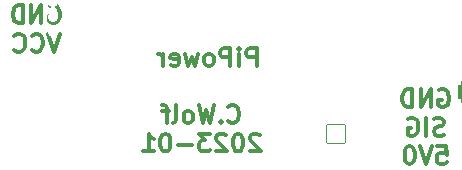
<source format=gbr>
%TF.GenerationSoftware,KiCad,Pcbnew,(6.0.1)*%
%TF.CreationDate,2023-01-01T20:52:33-08:00*%
%TF.ProjectId,RPi-Power R1,5250692d-506f-4776-9572-2052312e6b69,rev?*%
%TF.SameCoordinates,Original*%
%TF.FileFunction,Legend,Bot*%
%TF.FilePolarity,Positive*%
%FSLAX46Y46*%
G04 Gerber Fmt 4.6, Leading zero omitted, Abs format (unit mm)*
G04 Created by KiCad (PCBNEW (6.0.1)) date 2023-01-01 20:52:33*
%MOMM*%
%LPD*%
G01*
G04 APERTURE LIST*
G04 Aperture macros list*
%AMRoundRect*
0 Rectangle with rounded corners*
0 $1 Rounding radius*
0 $2 $3 $4 $5 $6 $7 $8 $9 X,Y pos of 4 corners*
0 Add a 4 corners polygon primitive as box body*
4,1,4,$2,$3,$4,$5,$6,$7,$8,$9,$2,$3,0*
0 Add four circle primitives for the rounded corners*
1,1,$1+$1,$2,$3*
1,1,$1+$1,$4,$5*
1,1,$1+$1,$6,$7*
1,1,$1+$1,$8,$9*
0 Add four rect primitives between the rounded corners*
20,1,$1+$1,$2,$3,$4,$5,0*
20,1,$1+$1,$4,$5,$6,$7,0*
20,1,$1+$1,$6,$7,$8,$9,0*
20,1,$1+$1,$8,$9,$2,$3,0*%
G04 Aperture macros list end*
%ADD10C,0.300000*%
%ADD11RoundRect,0.050000X-0.800000X-0.800000X0.800000X-0.800000X0.800000X0.800000X-0.800000X0.800000X0*%
%ADD12C,1.700000*%
%ADD13RoundRect,0.300000X-0.725000X0.600000X-0.725000X-0.600000X0.725000X-0.600000X0.725000X0.600000X0*%
%ADD14O,2.050000X1.800000*%
%ADD15C,1.300000*%
%ADD16RoundRect,0.050000X0.850000X-0.850000X0.850000X0.850000X-0.850000X0.850000X-0.850000X-0.850000X0*%
%ADD17O,1.800000X1.800000*%
%ADD18RoundRect,0.300000X-0.750000X0.600000X-0.750000X-0.600000X0.750000X-0.600000X0.750000X0.600000X0*%
%ADD19O,2.100000X1.800000*%
%ADD20C,2.700000*%
%ADD21RoundRect,0.050000X-0.800000X0.800000X-0.800000X-0.800000X0.800000X-0.800000X0.800000X0.800000X0*%
%ADD22C,0.900000*%
G04 APERTURE END LIST*
D10*
X31973257Y10817928D02*
X31973257Y12317928D01*
X31401828Y12317928D01*
X31258971Y12246500D01*
X31187542Y12175071D01*
X31116114Y12032214D01*
X31116114Y11817928D01*
X31187542Y11675071D01*
X31258971Y11603642D01*
X31401828Y11532214D01*
X31973257Y11532214D01*
X30473257Y10817928D02*
X30473257Y11817928D01*
X30473257Y12317928D02*
X30544685Y12246500D01*
X30473257Y12175071D01*
X30401828Y12246500D01*
X30473257Y12317928D01*
X30473257Y12175071D01*
X29758971Y10817928D02*
X29758971Y12317928D01*
X29187542Y12317928D01*
X29044685Y12246500D01*
X28973257Y12175071D01*
X28901828Y12032214D01*
X28901828Y11817928D01*
X28973257Y11675071D01*
X29044685Y11603642D01*
X29187542Y11532214D01*
X29758971Y11532214D01*
X28044685Y10817928D02*
X28187542Y10889357D01*
X28258971Y10960785D01*
X28330400Y11103642D01*
X28330400Y11532214D01*
X28258971Y11675071D01*
X28187542Y11746500D01*
X28044685Y11817928D01*
X27830400Y11817928D01*
X27687542Y11746500D01*
X27616114Y11675071D01*
X27544685Y11532214D01*
X27544685Y11103642D01*
X27616114Y10960785D01*
X27687542Y10889357D01*
X27830400Y10817928D01*
X28044685Y10817928D01*
X27044685Y11817928D02*
X26758971Y10817928D01*
X26473257Y11532214D01*
X26187542Y10817928D01*
X25901828Y11817928D01*
X24758971Y10889357D02*
X24901828Y10817928D01*
X25187542Y10817928D01*
X25330400Y10889357D01*
X25401828Y11032214D01*
X25401828Y11603642D01*
X25330400Y11746500D01*
X25187542Y11817928D01*
X24901828Y11817928D01*
X24758971Y11746500D01*
X24687542Y11603642D01*
X24687542Y11460785D01*
X25401828Y11317928D01*
X24044685Y10817928D02*
X24044685Y11817928D01*
X24044685Y11532214D02*
X23973257Y11675071D01*
X23901828Y11746500D01*
X23758971Y11817928D01*
X23616114Y11817928D01*
X29580400Y6130785D02*
X29651828Y6059357D01*
X29866114Y5987928D01*
X30008971Y5987928D01*
X30223257Y6059357D01*
X30366114Y6202214D01*
X30437542Y6345071D01*
X30508971Y6630785D01*
X30508971Y6845071D01*
X30437542Y7130785D01*
X30366114Y7273642D01*
X30223257Y7416500D01*
X30008971Y7487928D01*
X29866114Y7487928D01*
X29651828Y7416500D01*
X29580400Y7345071D01*
X28937542Y6130785D02*
X28866114Y6059357D01*
X28937542Y5987928D01*
X29008971Y6059357D01*
X28937542Y6130785D01*
X28937542Y5987928D01*
X28366114Y7487928D02*
X28008971Y5987928D01*
X27723257Y7059357D01*
X27437542Y5987928D01*
X27080400Y7487928D01*
X26294685Y5987928D02*
X26437542Y6059357D01*
X26508971Y6130785D01*
X26580400Y6273642D01*
X26580400Y6702214D01*
X26508971Y6845071D01*
X26437542Y6916500D01*
X26294685Y6987928D01*
X26080400Y6987928D01*
X25937542Y6916500D01*
X25866114Y6845071D01*
X25794685Y6702214D01*
X25794685Y6273642D01*
X25866114Y6130785D01*
X25937542Y6059357D01*
X26080400Y5987928D01*
X26294685Y5987928D01*
X24937542Y5987928D02*
X25080400Y6059357D01*
X25151828Y6202214D01*
X25151828Y7487928D01*
X24580400Y6987928D02*
X24008971Y6987928D01*
X24366114Y5987928D02*
X24366114Y7273642D01*
X24294685Y7416500D01*
X24151828Y7487928D01*
X24008971Y7487928D01*
X32258971Y4930071D02*
X32187542Y5001500D01*
X32044685Y5072928D01*
X31687542Y5072928D01*
X31544685Y5001500D01*
X31473257Y4930071D01*
X31401828Y4787214D01*
X31401828Y4644357D01*
X31473257Y4430071D01*
X32330400Y3572928D01*
X31401828Y3572928D01*
X30473257Y5072928D02*
X30330400Y5072928D01*
X30187542Y5001500D01*
X30116114Y4930071D01*
X30044685Y4787214D01*
X29973257Y4501500D01*
X29973257Y4144357D01*
X30044685Y3858642D01*
X30116114Y3715785D01*
X30187542Y3644357D01*
X30330400Y3572928D01*
X30473257Y3572928D01*
X30616114Y3644357D01*
X30687542Y3715785D01*
X30758971Y3858642D01*
X30830400Y4144357D01*
X30830400Y4501500D01*
X30758971Y4787214D01*
X30687542Y4930071D01*
X30616114Y5001500D01*
X30473257Y5072928D01*
X29401828Y4930071D02*
X29330400Y5001500D01*
X29187542Y5072928D01*
X28830400Y5072928D01*
X28687542Y5001500D01*
X28616114Y4930071D01*
X28544685Y4787214D01*
X28544685Y4644357D01*
X28616114Y4430071D01*
X29473257Y3572928D01*
X28544685Y3572928D01*
X28044685Y5072928D02*
X27116114Y5072928D01*
X27616114Y4501500D01*
X27401828Y4501500D01*
X27258971Y4430071D01*
X27187542Y4358642D01*
X27116114Y4215785D01*
X27116114Y3858642D01*
X27187542Y3715785D01*
X27258971Y3644357D01*
X27401828Y3572928D01*
X27830400Y3572928D01*
X27973257Y3644357D01*
X28044685Y3715785D01*
X26473257Y4144357D02*
X25330400Y4144357D01*
X24330400Y5072928D02*
X24187542Y5072928D01*
X24044685Y5001500D01*
X23973257Y4930071D01*
X23901828Y4787214D01*
X23830400Y4501500D01*
X23830400Y4144357D01*
X23901828Y3858642D01*
X23973257Y3715785D01*
X24044685Y3644357D01*
X24187542Y3572928D01*
X24330400Y3572928D01*
X24473257Y3644357D01*
X24544685Y3715785D01*
X24616114Y3858642D01*
X24687542Y4144357D01*
X24687542Y4501500D01*
X24616114Y4787214D01*
X24544685Y4930071D01*
X24473257Y5001500D01*
X24330400Y5072928D01*
X22401828Y3572928D02*
X23258971Y3572928D01*
X22830400Y3572928D02*
X22830400Y5072928D01*
X22973257Y4858642D01*
X23116114Y4715785D01*
X23258971Y4644357D01*
X47434357Y8753000D02*
X47577214Y8824428D01*
X47791500Y8824428D01*
X48005785Y8753000D01*
X48148642Y8610142D01*
X48220071Y8467285D01*
X48291500Y8181571D01*
X48291500Y7967285D01*
X48220071Y7681571D01*
X48148642Y7538714D01*
X48005785Y7395857D01*
X47791500Y7324428D01*
X47648642Y7324428D01*
X47434357Y7395857D01*
X47362928Y7467285D01*
X47362928Y7967285D01*
X47648642Y7967285D01*
X46720071Y7324428D02*
X46720071Y8824428D01*
X45862928Y7324428D01*
X45862928Y8824428D01*
X45148642Y7324428D02*
X45148642Y8824428D01*
X44791500Y8824428D01*
X44577214Y8753000D01*
X44434357Y8610142D01*
X44362928Y8467285D01*
X44291500Y8181571D01*
X44291500Y7967285D01*
X44362928Y7681571D01*
X44434357Y7538714D01*
X44577214Y7395857D01*
X44791500Y7324428D01*
X45148642Y7324428D01*
X47827214Y4980857D02*
X47612928Y4909428D01*
X47255785Y4909428D01*
X47112928Y4980857D01*
X47041500Y5052285D01*
X46970071Y5195142D01*
X46970071Y5338000D01*
X47041500Y5480857D01*
X47112928Y5552285D01*
X47255785Y5623714D01*
X47541500Y5695142D01*
X47684357Y5766571D01*
X47755785Y5838000D01*
X47827214Y5980857D01*
X47827214Y6123714D01*
X47755785Y6266571D01*
X47684357Y6338000D01*
X47541500Y6409428D01*
X47184357Y6409428D01*
X46970071Y6338000D01*
X46327214Y4909428D02*
X46327214Y6409428D01*
X44827214Y6338000D02*
X44970071Y6409428D01*
X45184357Y6409428D01*
X45398642Y6338000D01*
X45541500Y6195142D01*
X45612928Y6052285D01*
X45684357Y5766571D01*
X45684357Y5552285D01*
X45612928Y5266571D01*
X45541500Y5123714D01*
X45398642Y4980857D01*
X45184357Y4909428D01*
X45041500Y4909428D01*
X44827214Y4980857D01*
X44755785Y5052285D01*
X44755785Y5552285D01*
X45041500Y5552285D01*
X47291500Y3994428D02*
X48005785Y3994428D01*
X48077214Y3280142D01*
X48005785Y3351571D01*
X47862928Y3423000D01*
X47505785Y3423000D01*
X47362928Y3351571D01*
X47291500Y3280142D01*
X47220071Y3137285D01*
X47220071Y2780142D01*
X47291500Y2637285D01*
X47362928Y2565857D01*
X47505785Y2494428D01*
X47862928Y2494428D01*
X48005785Y2565857D01*
X48077214Y2637285D01*
X46791500Y3994428D02*
X46291500Y2494428D01*
X45791500Y3994428D01*
X45005785Y3994428D02*
X44862928Y3994428D01*
X44720071Y3923000D01*
X44648642Y3851571D01*
X44577214Y3708714D01*
X44505785Y3423000D01*
X44505785Y3065857D01*
X44577214Y2780142D01*
X44648642Y2637285D01*
X44720071Y2565857D01*
X44862928Y2494428D01*
X45005785Y2494428D01*
X45148642Y2565857D01*
X45220071Y2637285D01*
X45291500Y2780142D01*
X45362928Y3065857D01*
X45362928Y3423000D01*
X45291500Y3708714D01*
X45220071Y3851571D01*
X45148642Y3923000D01*
X45005785Y3994428D01*
X14477857Y15864000D02*
X14620714Y15935428D01*
X14835000Y15935428D01*
X15049285Y15864000D01*
X15192142Y15721142D01*
X15263571Y15578285D01*
X15335000Y15292571D01*
X15335000Y15078285D01*
X15263571Y14792571D01*
X15192142Y14649714D01*
X15049285Y14506857D01*
X14835000Y14435428D01*
X14692142Y14435428D01*
X14477857Y14506857D01*
X14406428Y14578285D01*
X14406428Y15078285D01*
X14692142Y15078285D01*
X13763571Y14435428D02*
X13763571Y15935428D01*
X12906428Y14435428D01*
X12906428Y15935428D01*
X12192142Y14435428D02*
X12192142Y15935428D01*
X11835000Y15935428D01*
X11620714Y15864000D01*
X11477857Y15721142D01*
X11406428Y15578285D01*
X11335000Y15292571D01*
X11335000Y15078285D01*
X11406428Y14792571D01*
X11477857Y14649714D01*
X11620714Y14506857D01*
X11835000Y14435428D01*
X12192142Y14435428D01*
X15335000Y13520428D02*
X14835000Y12020428D01*
X14335000Y13520428D01*
X12977857Y12163285D02*
X13049285Y12091857D01*
X13263571Y12020428D01*
X13406428Y12020428D01*
X13620714Y12091857D01*
X13763571Y12234714D01*
X13835000Y12377571D01*
X13906428Y12663285D01*
X13906428Y12877571D01*
X13835000Y13163285D01*
X13763571Y13306142D01*
X13620714Y13449000D01*
X13406428Y13520428D01*
X13263571Y13520428D01*
X13049285Y13449000D01*
X12977857Y13377571D01*
X11477857Y12163285D02*
X11549285Y12091857D01*
X11763571Y12020428D01*
X11906428Y12020428D01*
X12120714Y12091857D01*
X12263571Y12234714D01*
X12335000Y12377571D01*
X12406428Y12663285D01*
X12406428Y12877571D01*
X12335000Y13163285D01*
X12263571Y13306142D01*
X12120714Y13449000D01*
X11906428Y13520428D01*
X11763571Y13520428D01*
X11549285Y13449000D01*
X11477857Y13377571D01*
%LPC*%
D11*
%TO.C,C8*%
X38735000Y5080000D03*
D12*
X41235000Y5080000D03*
%TD*%
D13*
%TO.C,J7*%
X50038000Y8636000D03*
D14*
X50038000Y6136000D03*
X50038000Y3636000D03*
D15*
X48038000Y10236000D03*
%TD*%
D16*
%TO.C,J2*%
X2540000Y20320000D03*
D17*
X2540000Y22860000D03*
X5080000Y20320000D03*
X5080000Y22860000D03*
X7620000Y20320000D03*
X7620000Y22860000D03*
X10160000Y20320000D03*
X10160000Y22860000D03*
X12700000Y20320000D03*
X12700000Y22860000D03*
X15240000Y20320000D03*
X15240000Y22860000D03*
X17780000Y20320000D03*
X17780000Y22860000D03*
X20320000Y20320000D03*
X20320000Y22860000D03*
X22860000Y20320000D03*
X22860000Y22860000D03*
X25400000Y20320000D03*
X25400000Y22860000D03*
X27940000Y20320000D03*
X27940000Y22860000D03*
X30480000Y20320000D03*
X30480000Y22860000D03*
X33020000Y20320000D03*
X33020000Y22860000D03*
X35560000Y20320000D03*
X35560000Y22860000D03*
X38100000Y20320000D03*
X38100000Y22860000D03*
X40640000Y20320000D03*
X40640000Y22860000D03*
X43180000Y20320000D03*
X43180000Y22860000D03*
X45720000Y20320000D03*
X45720000Y22860000D03*
X48260000Y20320000D03*
X48260000Y22860000D03*
X50800000Y20320000D03*
X50800000Y22860000D03*
%TD*%
D18*
%TO.C,J1*%
X4445000Y15240000D03*
D19*
X4445000Y12740000D03*
D15*
X2445000Y16840000D03*
%TD*%
D20*
%TO.C,J4*%
X8763000Y15494000D03*
%TD*%
%TO.C,J3*%
X8763000Y11811000D03*
%TD*%
D21*
%TO.C,C1*%
X3683000Y5842000D03*
D12*
X3683000Y3342000D03*
%TD*%
D22*
X20828000Y14986000D03*
X20828000Y16256000D03*
X20828000Y13716000D03*
X14732000Y13716000D03*
X14732000Y14986000D03*
X14732000Y16256000D03*
X37719000Y17399000D03*
X37719000Y16510000D03*
X39116000Y17399000D03*
X39116000Y16510000D03*
X39116000Y10766000D03*
X39116000Y9877000D03*
X37719000Y9877000D03*
X37719000Y10766000D03*
X43323000Y17259000D03*
X44212000Y17259000D03*
X44212000Y15862000D03*
X43323000Y15862000D03*
X50923000Y17259000D03*
X51812000Y17259000D03*
X51812000Y15862000D03*
X50923000Y15862000D03*
X7493000Y3239988D03*
X7049500Y4559000D03*
X9017000Y2986000D03*
X51347000Y14042000D03*
X15747500Y9271000D03*
X15747500Y10541000D03*
X19682500Y9271000D03*
X19682500Y10541000D03*
X17717500Y5269500D03*
X35876500Y12256500D03*
X33020000Y14159500D03*
X34798000Y14159500D03*
X36081000Y2667000D03*
X33909000Y14224000D03*
X19812000Y3048000D03*
X19812000Y2032000D03*
X16002002Y3302000D03*
X35052000Y1523998D03*
X35052000Y2540001D03*
X40949000Y16819000D03*
X36322000Y3683000D03*
X34544000Y15367000D03*
X47244000Y11938000D03*
X48260000Y17653000D03*
M02*

</source>
